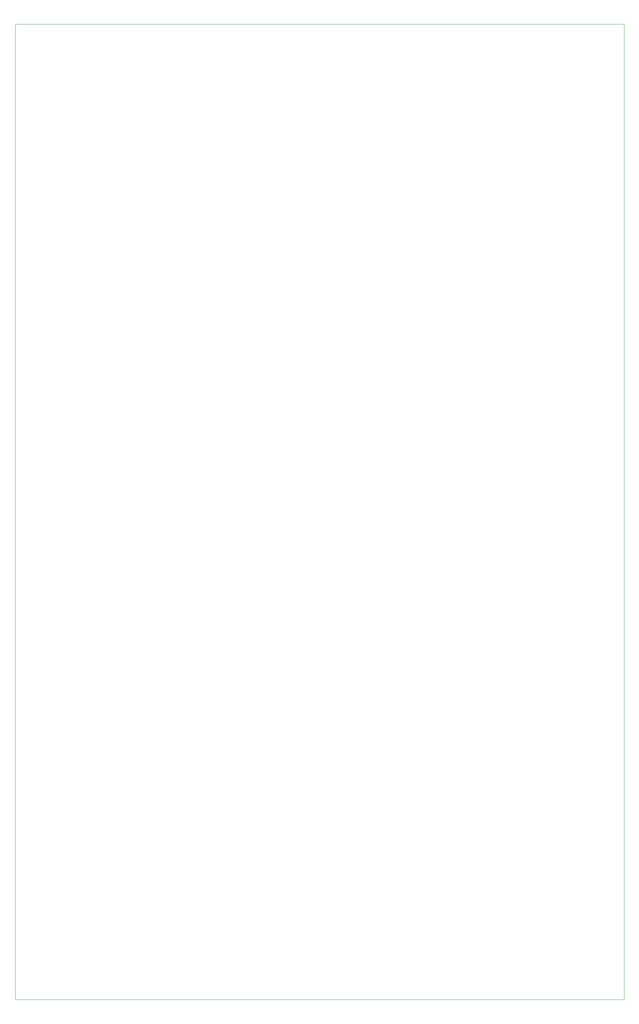
<source format=gbr>
%TF.GenerationSoftware,Altium Limited,Altium Designer,23.9.2 (47)*%
G04 Layer_Color=0*
%FSLAX45Y45*%
%MOMM*%
%TF.SameCoordinates,AD479AB8-1AF9-481E-9C01-A3E3F564F201*%
%TF.FilePolarity,Positive*%
%TF.FileFunction,Profile,NP*%
%TF.Part,CustomerPanel*%
G01*
G75*
%TA.AperFunction,Profile*%
%ADD56C,0.02540*%
D56*
X6413500Y7099300D02*
X21615401D01*
Y31445200D01*
X6413500D01*
Y7099300D01*
%TF.MD5,8d11db472ead25d01d5245d5d4c9783d*%
M02*

</source>
